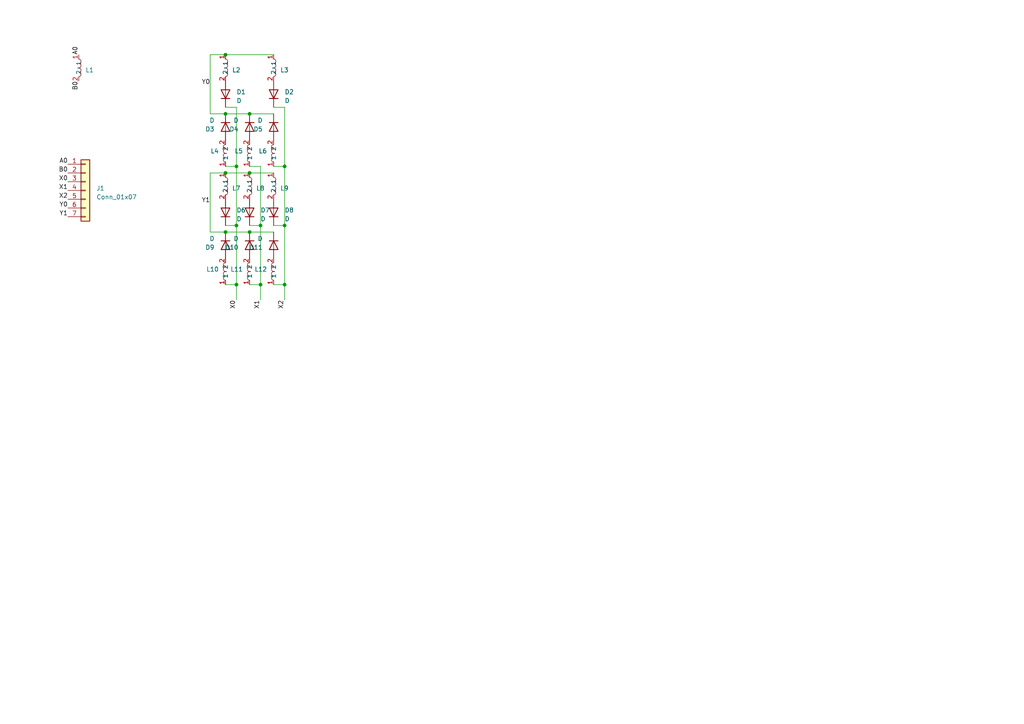
<source format=kicad_sch>
(kicad_sch (version 20230121) (generator eeschema)
  (paper "A4")
  (lib_symbols
    (symbol "Connector_Generic:Conn_01x07" (pin_names (offset 1.016) hide)
      (property "Reference" "J" (at 0 10.16 0))
      (property "Value" "Conn_01x07" (at 0 -10.16 0))
      (symbol "Conn_01x07_1_1"
        (rectangle (start -1.27 -7.493) (end 0 -7.747) (stroke (width 0.1524)))
        (rectangle (start -1.27 -4.953) (end 0 -5.207) (stroke (width 0.1524)))
        (rectangle (start -1.27 -2.413) (end 0 -2.667) (stroke (width 0.1524)))
        (rectangle (start -1.27 0.127) (end 0 -0.127) (stroke (width 0.1524)))
        (rectangle (start -1.27 2.667) (end 0 2.413) (stroke (width 0.1524)))
        (rectangle (start -1.27 5.207) (end 0 4.953) (stroke (width 0.1524)))
        (rectangle (start -1.27 7.747) (end 0 7.493) (stroke (width 0.1524)))
        (rectangle (start -1.27 8.89) (end 1.27 -8.89) (stroke (width 0.254)) (fill (type background)))
        (pin passive line (at -5.08 7.62 0) (length 3.81) (name "Pin_1") (number "1"))
        (pin passive line (at -5.08 5.08 0) (length 3.81) (name "Pin_2") (number "2"))
        (pin passive line (at -5.08 2.54 0) (length 3.81) (name "Pin_3") (number "3"))
        (pin passive line (at -5.08 0 0) (length 3.81) (name "Pin_4") (number "4"))
        (pin passive line (at -5.08 -2.54 0) (length 3.81) (name "Pin_5") (number "5"))
        (pin passive line (at -5.08 -5.08 0) (length 3.81) (name "Pin_6") (number "6"))
        (pin passive line (at -5.08 -7.62 0) (length 3.81) (name "Pin_7") (number "7"))
      )
    )
    (symbol "Device:D" (pin_numbers hide) (pin_names (offset 1.016) hide)
      (property "Reference" "D" (at 0 2.54 0))
      (property "Value" "D" (at 0 -2.54 0))
      (symbol "D_0_1"
        (polyline (pts (xy -1.27 1.27) (xy -1.27 -1.27)) (stroke (width 0.254)))
        (polyline (pts (xy 1.27 0) (xy -1.27 0)))
        (polyline (pts (xy 1.27 1.27) (xy 1.27 -1.27) (xy -1.27 0) (xy 1.27 1.27)) (stroke (width 0.254)))
      )
      (symbol "D_1_1"
        (pin passive line (at -3.81 0 0) (length 2.54) (name "K") (number "1"))
        (pin passive line (at 3.81 0 180) (length 2.54) (name "A") (number "2"))
      )
    )
    (symbol "Touchstone:PEST_Tile"
      (property "Reference" "L" (at 1.27 0 0))
      (symbol "PEST_Tile_0_1"
        (arc (start 0 -2.54) (mid 0.6323 -1.905) (end 0 -1.27))
        (arc (start 0 -1.27) (mid 0.6323 -0.635) (end 0 0))
        (arc (start 0 0) (mid 0.6323 0.635) (end 0 1.27))
        (arc (start 0 1.27) (mid 0.6323 1.905) (end 0 2.54))
      )
      (symbol "PEST_Tile_1_1"
        (pin passive line (at 0 3.81 270) (length 1.27) (name "1") (number "1"))
        (pin passive line (at 0 -3.81 90) (length 1.27) (name "2") (number "2"))
      )
    )
  )
  (junction (at 65.405 50.165))
  (junction (at 65.405 33.02))
  (junction (at 65.405 15.875))
  (junction (at 75.565 65.405))
  (junction (at 68.58 65.405))
  (junction (at 75.565 82.55))
  (junction (at 65.405 67.31))
  (junction (at 68.58 82.55))
  (junction (at 82.55 82.55))
  (junction (at 72.39 50.165))
  (junction (at 68.58 48.26))
  (junction (at 72.39 67.31))
  (junction (at 72.39 33.02))
  (junction (at 82.55 65.405))
  (junction (at 82.55 48.26))
  (wire (pts (xy 75.565 48.26) (xy 72.39 48.26)))
  (wire (pts (xy 75.565 65.405) (xy 72.39 65.405)))
  (wire (pts (xy 75.565 82.55) (xy 75.565 86.995)))
  (wire (pts (xy 68.58 82.55) (xy 65.405 82.55)))
  (wire (pts (xy 75.565 48.26) (xy 75.565 65.405)))
  (wire (pts (xy 68.58 65.405) (xy 68.58 82.55)))
  (wire (pts (xy 75.565 82.55) (xy 72.39 82.55)))
  (wire (pts (xy 65.405 31.115) (xy 68.58 31.115)))
  (wire (pts (xy 60.96 50.165) (xy 60.96 67.31)))
  (wire (pts (xy 68.58 48.26) (xy 68.58 65.405)))
  (wire (pts (xy 60.96 15.875) (xy 65.405 15.875)))
  (wire (pts (xy 65.405 15.875) (xy 79.375 15.875)))
  (wire (pts (xy 68.58 65.405) (xy 65.405 65.405)))
  (wire (pts (xy 60.96 33.02) (xy 65.405 33.02)))
  (wire (pts (xy 72.39 33.02) (xy 79.375 33.02)))
  (wire (pts (xy 82.55 82.55) (xy 82.55 86.995)))
  (wire (pts (xy 82.55 82.55) (xy 79.375 82.55)))
  (wire (pts (xy 82.55 48.26) (xy 79.375 48.26)))
  (wire (pts (xy 65.405 33.02) (xy 72.39 33.02)))
  (wire (pts (xy 82.55 65.405) (xy 82.55 82.55)))
  (wire (pts (xy 60.96 50.165) (xy 65.405 50.165)))
  (wire (pts (xy 72.39 67.31) (xy 79.375 67.31)))
  (wire (pts (xy 65.405 67.31) (xy 72.39 67.31)))
  (wire (pts (xy 68.58 31.115) (xy 68.58 48.26)))
  (wire (pts (xy 79.375 31.115) (xy 82.55 31.115)))
  (wire (pts (xy 60.96 67.31) (xy 65.405 67.31)))
  (wire (pts (xy 72.39 50.165) (xy 79.375 50.165)))
  (wire (pts (xy 82.55 31.115) (xy 82.55 48.26)))
  (wire (pts (xy 68.58 48.26) (xy 65.405 48.26)))
  (wire (pts (xy 65.405 50.165) (xy 72.39 50.165)))
  (wire (pts (xy 60.96 15.875) (xy 60.96 33.02)))
  (wire (pts (xy 75.565 65.405) (xy 75.565 82.55)))
  (wire (pts (xy 68.58 82.55) (xy 68.58 86.995)))
  (wire (pts (xy 82.55 48.26) (xy 82.55 65.405)))
  (wire (pts (xy 82.55 65.405) (xy 79.375 65.405)))
  (label "B0" (at 22.86 23.495 270))
  (label "X1" (at 75.565 86.995 270))
  (label "Y0" (at 19.685 60.325 180))
  (label "A0" (at 19.685 47.625 180))
  (label "Y1" (at 60.96 59.055 180))
  (label "X2" (at 82.55 86.995 270))
  (label "X1" (at 19.685 55.245 180))
  (label "Y0" (at 60.96 24.765 180))
  (label "X0" (at 19.685 52.705 180))
  (label "X2" (at 19.685 57.785 180))
  (label "B0" (at 19.685 50.165 180))
  (label "Y1" (at 19.685 62.865 180))
  (label "X0" (at 68.58 86.995 270))
  (label "A0" (at 22.86 15.875 90))
  (symbol (lib_id "Device:D") (at 72.39 71.12 270) (unit 1)
    (property "Reference" "D10" (at 69.215 71.755 90) (effects (justify right)))
    (property "Value" "D" (at 69.215 69.215 90) (effects (justify right)))
    (property "Sim.Device" "D" (effects hide))
    (property "Sim.Pins" "1=K 2=A" (effects hide))
  )
  (symbol (lib_id "Touchstone:PEST_Tile") (at 65.405 78.74 180) (unit 1)
    (property "Reference" "L10" (at 63.5 78.105 0) (effects (justify left)))
    (property "Value" "~" (at 65.405 78.74 0))
    (property "Footprint" "Touchstone:PEST_SMD" (effects hide))
  )
  (symbol (lib_id "Device:D") (at 65.405 71.12 270) (unit 1)
    (property "Reference" "D9" (at 62.23 71.755 90) (effects (justify right)))
    (property "Value" "D" (at 62.23 69.215 90) (effects (justify right)))
    (property "Sim.Device" "D" (effects hide))
    (property "Sim.Pins" "1=K 2=A" (effects hide))
  )
  (symbol (lib_id "Touchstone:PEST_Tile") (at 72.39 44.45 180) (unit 1)
    (property "Reference" "L5" (at 70.485 43.815 0) (effects (justify left)))
    (property "Value" "~" (at 72.39 44.45 0))
    (property "Footprint" "Touchstone:PEST_SMD" (effects hide))
  )
  (symbol (lib_id "Touchstone:PEST_Tile") (at 79.375 78.74 180) (unit 1)
    (property "Reference" "L12" (at 77.47 78.105 0) (effects (justify left)))
    (property "Value" "~" (at 79.375 78.74 0))
    (property "Footprint" "Touchstone:PEST_SMD" (effects hide))
  )
  (symbol (lib_id "Device:D") (at 79.375 61.595 90) (unit 1)
    (property "Reference" "D8" (at 82.55 60.96 90) (effects (justify right)))
    (property "Value" "D" (at 82.55 63.5 90) (effects (justify right)))
    (property "Sim.Device" "D" (effects hide))
    (property "Sim.Pins" "1=K 2=A" (effects hide))
  )
  (symbol (lib_id "Touchstone:PEST_Tile") (at 65.405 19.685 0) (unit 1)
    (property "Reference" "L2" (at 67.31 20.32 0) (effects (justify left)))
    (property "Value" "~" (at 65.405 19.685 0))
    (property "Footprint" "Touchstone:PEST_SMD" (effects hide))
  )
  (symbol (lib_id "Device:D") (at 65.405 36.83 270) (unit 1)
    (property "Reference" "D3" (at 62.23 37.465 90) (effects (justify right)))
    (property "Value" "D" (at 62.23 34.925 90) (effects (justify right)))
    (property "Sim.Device" "D" (effects hide))
    (property "Sim.Pins" "1=K 2=A" (effects hide))
  )
  (symbol (lib_id "Touchstone:PEST_Tile") (at 79.375 53.975 0) (unit 1)
    (property "Reference" "L9" (at 81.28 54.61 0) (effects (justify left)))
    (property "Value" "~" (at 79.375 53.975 0))
    (property "Footprint" "Touchstone:PEST_SMD" (effects hide))
  )
  (symbol (lib_id "Touchstone:PEST_Tile") (at 22.86 19.685 0) (unit 1)
    (property "Reference" "L1" (at 24.765 20.32 0) (effects (justify left)))
    (property "Value" "~" (at 22.86 19.685 0))
    (property "Footprint" "Touchstone:PEST_SMD" (effects hide))
  )
  (symbol (lib_id "Touchstone:PEST_Tile") (at 65.405 44.45 180) (unit 1)
    (property "Reference" "L4" (at 63.5 43.815 0) (effects (justify left)))
    (property "Value" "~" (at 65.405 44.45 0))
    (property "Footprint" "Touchstone:PEST_SMD" (effects hide))
  )
  (symbol (lib_id "Device:D") (at 79.375 71.12 270) (unit 1)
    (property "Reference" "D11" (at 76.2 71.755 90) (effects (justify right)))
    (property "Value" "D" (at 76.2 69.215 90) (effects (justify right)))
    (property "Sim.Device" "D" (effects hide))
    (property "Sim.Pins" "1=K 2=A" (effects hide))
  )
  (symbol (lib_id "Device:D") (at 65.405 27.305 90) (unit 1)
    (property "Reference" "D1" (at 68.58 26.67 90) (effects (justify right)))
    (property "Value" "D" (at 68.58 29.21 90) (effects (justify right)))
    (property "Sim.Device" "D" (effects hide))
    (property "Sim.Pins" "1=K 2=A" (effects hide))
  )
  (symbol (lib_id "Touchstone:PEST_Tile") (at 79.375 19.685 0) (unit 1)
    (property "Reference" "L3" (at 81.28 20.32 0) (effects (justify left)))
    (property "Value" "~" (at 79.375 19.685 0))
    (property "Footprint" "Touchstone:PEST_SMD" (effects hide))
  )
  (symbol (lib_id "Touchstone:PEST_Tile") (at 79.375 44.45 180) (unit 1)
    (property "Reference" "L6" (at 77.47 43.815 0) (effects (justify left)))
    (property "Value" "~" (at 79.375 44.45 0))
    (property "Footprint" "Touchstone:PEST_SMD" (effects hide))
  )
  (symbol (lib_id "Device:D") (at 72.39 36.83 270) (unit 1)
    (property "Reference" "D4" (at 69.215 37.465 90) (effects (justify right)))
    (property "Value" "D" (at 69.215 34.925 90) (effects (justify right)))
    (property "Sim.Device" "D" (effects hide))
    (property "Sim.Pins" "1=K 2=A" (effects hide))
  )
  (symbol (lib_id "Connector_Generic:Conn_01x07") (at 24.765 55.245 0) (unit 1)
    (property "Reference" "J1" (at 27.94 54.61 0) (effects (justify left)))
    (property "Value" "Conn_01x07" (at 27.94 57.15 0) (effects (justify left)))
  )
  (symbol (lib_id "Device:D") (at 65.405 61.595 90) (unit 1)
    (property "Reference" "D6" (at 68.58 60.96 90) (effects (justify right)))
    (property "Value" "D" (at 68.58 63.5 90) (effects (justify right)))
    (property "Sim.Device" "D" (effects hide))
    (property "Sim.Pins" "1=K 2=A" (effects hide))
  )
  (symbol (lib_id "Device:D") (at 72.39 61.595 90) (unit 1)
    (property "Reference" "D7" (at 75.565 60.96 90) (effects (justify right)))
    (property "Value" "D" (at 75.565 63.5 90) (effects (justify right)))
    (property "Sim.Device" "D" (effects hide))
    (property "Sim.Pins" "1=K 2=A" (effects hide))
  )
  (symbol (lib_id "Device:D") (at 79.375 27.305 90) (unit 1)
    (property "Reference" "D2" (at 82.55 26.67 90) (effects (justify right)))
    (property "Value" "D" (at 82.55 29.21 90) (effects (justify right)))
    (property "Sim.Device" "D" (effects hide))
    (property "Sim.Pins" "1=K 2=A" (effects hide))
  )
  (symbol (lib_id "Touchstone:PEST_Tile") (at 65.405 53.975 0) (unit 1)
    (property "Reference" "L7" (at 67.31 54.61 0) (effects (justify left)))
    (property "Value" "~" (at 65.405 53.975 0))
    (property "Footprint" "Touchstone:PEST_SMD" (effects hide))
  )
  (symbol (lib_id "Touchstone:PEST_Tile") (at 72.39 78.74 180) (unit 1)
    (property "Reference" "L11" (at 70.485 78.105 0) (effects (justify left)))
    (property "Value" "~" (at 72.39 78.74 0))
    (property "Footprint" "Touchstone:PEST_SMD" (effects hide))
  )
  (symbol (lib_id "Device:D") (at 79.375 36.83 270) (unit 1)
    (property "Reference" "D5" (at 76.2 37.465 90) (effects (justify right)))
    (property "Value" "D" (at 76.2 34.925 90) (effects (justify right)))
    (property "Sim.Device" "D" (effects hide))
    (property "Sim.Pins" "1=K 2=A" (effects hide))
  )
  (symbol (lib_id "Touchstone:PEST_Tile") (at 72.39 53.975 0) (unit 1)
    (property "Reference" "L8" (at 74.295 54.61 0) (effects (justify left)))
    (property "Value" "~" (at 72.39 53.975 0))
    (property "Footprint" "Touchstone:PEST_SMD" (effects hide))
  )
)
</source>
